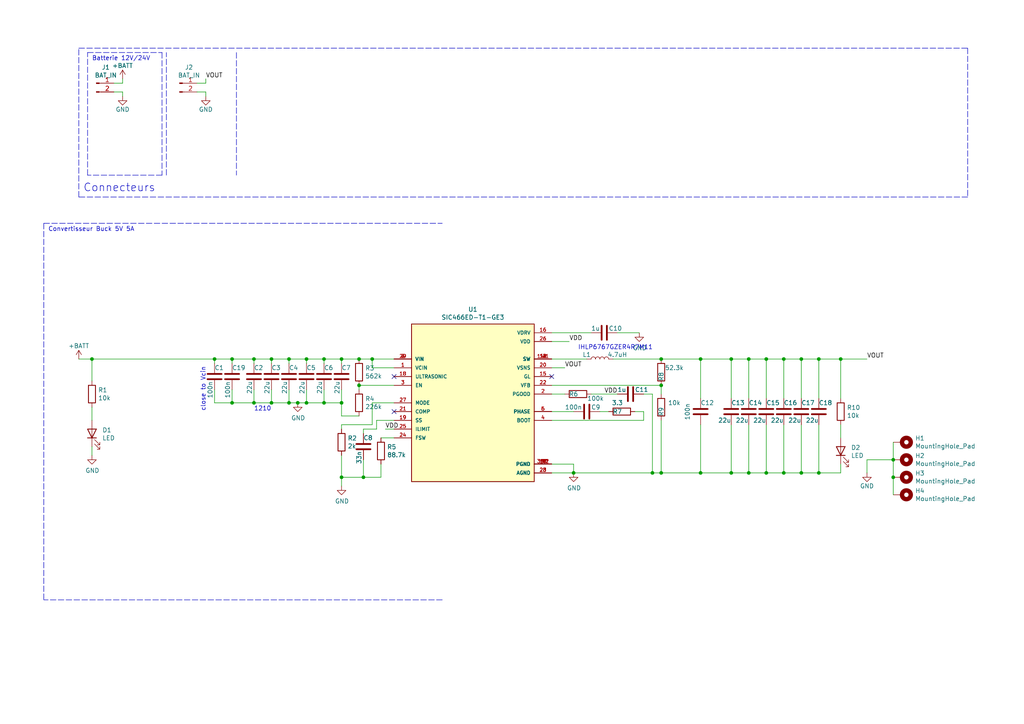
<source format=kicad_sch>
(kicad_sch (version 20211123) (generator eeschema)
  (paper "A4")
  (lib_symbols
    (symbol "Carte_Alim_V5-rescue:SIC461ED-T1-GE3-AREA_composant" (pin_names (offset 1.016))
      (property "Reference" "U" (at -17.78 22.86 0))
      (property "Value" "SIC461ED-T1-GE3-AREA_composant" (at -17.78 -25.4 0))
      (symbol "SIC461ED-T1-GE3-AREA_composant_0_0"
        (rectangle (start -17.78 -22.86) (end 17.78 22.86) (stroke (width 0.254)) (fill (type background)))
        (pin input line (at -22.86 10.16 0) (length 5.08) (name "VCIN") (number "1"))
        (pin power_in line (at 22.86 -17.78 180) (length 5.08) (name "PGND") (number "10"))
        (pin power_in line (at 22.86 -17.78 180) (length 5.08) (name "PGND") (number "11"))
        (pin output line (at 22.86 12.7 180) (length 5.08) (name "SW") (number "12"))
        (pin output line (at 22.86 12.7 180) (length 5.08) (name "SW") (number "13"))
        (pin output line (at 22.86 12.7 180) (length 5.08) (name "SW") (number "14"))
        (pin output line (at 22.86 12.7 180) (length 5.08) (name "SW") (number "14.1"))
        (pin output line (at 22.86 7.62 180) (length 5.08) (name "GL") (number "15"))
        (pin power_in line (at 22.86 20.32 180) (length 5.08) (name "VDRV") (number "16"))
        (pin power_in line (at 22.86 -17.78 180) (length 5.08) (name "PGND") (number "17"))
        (pin input line (at -22.86 7.62 0) (length 5.08) (name "ULTRASONIC") (number "18"))
        (pin passive line (at -22.86 -5.08 0) (length 5.08) (name "SS") (number "19"))
        (pin output line (at 22.86 2.54 180) (length 5.08) (name "PGOOD") (number "2"))
        (pin input line (at 22.86 10.16 180) (length 5.08) (name "VSNS") (number "20"))
        (pin passive line (at -22.86 -2.54 0) (length 5.08) (name "COMP") (number "21"))
        (pin input line (at 22.86 5.08 180) (length 5.08) (name "VFB") (number "22"))
        (pin power_in line (at 22.86 -20.32 180) (length 5.08) (name "AGND") (number "23"))
        (pin passive line (at -22.86 -10.16 0) (length 5.08) (name "FSW") (number "24"))
        (pin passive line (at -22.86 -7.62 0) (length 5.08) (name "ILIMIT") (number "25"))
        (pin power_in line (at 22.86 17.78 180) (length 5.08) (name "VDD") (number "26"))
        (pin input line (at -22.86 0 0) (length 5.08) (name "MODE") (number "27"))
        (pin power_in line (at 22.86 -20.32 180) (length 5.08) (name "AGND") (number "28"))
        (pin input line (at -22.86 12.7 0) (length 5.08) (name "VIN") (number "29"))
        (pin input line (at -22.86 5.08 0) (length 5.08) (name "EN") (number "3"))
        (pin power_in line (at 22.86 -17.78 180) (length 5.08) (name "PGND") (number "30.1"))
        (pin power_in line (at 22.86 -17.78 180) (length 5.08) (name "PGND") (number "30.2"))
        (pin passive line (at 22.86 -5.08 180) (length 5.08) (name "BOOT") (number "4"))
        (pin output line (at 22.86 -2.54 180) (length 5.08) (name "PHASE") (number "5"))
        (pin output line (at 22.86 -2.54 180) (length 5.08) (name "PHASE") (number "6"))
        (pin input line (at -22.86 12.7 0) (length 5.08) (name "VIN") (number "7"))
        (pin input line (at -22.86 12.7 0) (length 5.08) (name "VIN") (number "8"))
        (pin power_in line (at 22.86 -17.78 180) (length 5.08) (name "PGND") (number "9"))
      )
    )
    (symbol "Connector:Conn_01x02_Male" (pin_names (offset 1.016) hide)
      (property "Reference" "J" (at 0 2.54 0))
      (property "Value" "Conn_01x02_Male" (at 0 -5.08 0))
      (symbol "Conn_01x02_Male_1_1"
        (polyline (pts (xy 1.27 -2.54) (xy 0.8636 -2.54)) (stroke (width 0.1524)))
        (polyline (pts (xy 1.27 0) (xy 0.8636 0)) (stroke (width 0.1524)))
        (rectangle (start 0.8636 -2.413) (end 0 -2.667) (stroke (width 0.1524)) (fill (type outline)))
        (rectangle (start 0.8636 0.127) (end 0 -0.127) (stroke (width 0.1524)) (fill (type outline)))
        (pin passive line (at 5.08 0 180) (length 3.81) (name "Pin_1") (number "1"))
        (pin passive line (at 5.08 -2.54 180) (length 3.81) (name "Pin_2") (number "2"))
      )
    )
    (symbol "Device:C" (pin_numbers hide) (pin_names (offset 0.254))
      (property "Reference" "C" (at 0.635 2.54 0))
      (property "Value" "C" (at 0.635 -2.54 0))
      (symbol "C_0_1"
        (polyline (pts (xy -2.032 -0.762) (xy 2.032 -0.762)) (stroke (width 0.508)))
        (polyline (pts (xy -2.032 0.762) (xy 2.032 0.762)) (stroke (width 0.508)))
      )
      (symbol "C_1_1"
        (pin passive line (at 0 3.81 270) (length 2.794) (name "~") (number "1"))
        (pin passive line (at 0 -3.81 90) (length 2.794) (name "~") (number "2"))
      )
    )
    (symbol "Device:L" (pin_numbers hide) (pin_names (offset 1.016) hide)
      (property "Reference" "L" (at -1.27 0 90))
      (property "Value" "L" (at 1.905 0 90))
      (symbol "L_0_1"
        (arc (start 0 -2.54) (mid 0.635 -1.905) (end 0 -1.27))
        (arc (start 0 -1.27) (mid 0.635 -0.635) (end 0 0))
        (arc (start 0 0) (mid 0.635 0.635) (end 0 1.27))
        (arc (start 0 1.27) (mid 0.635 1.905) (end 0 2.54))
      )
      (symbol "L_1_1"
        (pin passive line (at 0 3.81 270) (length 1.27) (name "1") (number "1"))
        (pin passive line (at 0 -3.81 90) (length 1.27) (name "2") (number "2"))
      )
    )
    (symbol "Device:LED" (pin_numbers hide) (pin_names (offset 1.016) hide)
      (property "Reference" "D" (at 0 2.54 0))
      (property "Value" "LED" (at 0 -2.54 0))
      (symbol "LED_0_1"
        (polyline (pts (xy -1.27 -1.27) (xy -1.27 1.27)) (stroke (width 0.254)))
        (polyline (pts (xy -1.27 0) (xy 1.27 0)))
        (polyline (pts (xy 1.27 -1.27) (xy 1.27 1.27) (xy -1.27 0) (xy 1.27 -1.27)) (stroke (width 0.254)))
        (polyline (pts (xy -3.048 -0.762) (xy -4.572 -2.286) (xy -3.81 -2.286) (xy -4.572 -2.286) (xy -4.572 -1.524)))
        (polyline (pts (xy -1.778 -0.762) (xy -3.302 -2.286) (xy -2.54 -2.286) (xy -3.302 -2.286) (xy -3.302 -1.524)))
      )
      (symbol "LED_1_1"
        (pin passive line (at -3.81 0 0) (length 2.54) (name "K") (number "1"))
        (pin passive line (at 3.81 0 180) (length 2.54) (name "A") (number "2"))
      )
    )
    (symbol "Device:R" (pin_numbers hide) (pin_names (offset 0))
      (property "Reference" "R" (at 2.032 0 90))
      (property "Value" "R" (at 0 0 90))
      (symbol "R_0_1"
        (rectangle (start -1.016 -2.54) (end 1.016 2.54) (stroke (width 0.254)))
      )
      (symbol "R_1_1"
        (pin passive line (at 0 3.81 270) (length 1.27) (name "~") (number "1"))
        (pin passive line (at 0 -3.81 90) (length 1.27) (name "~") (number "2"))
      )
    )
    (symbol "Mechanical:MountingHole_Pad" (pin_numbers hide) (pin_names (offset 1.016) hide)
      (property "Reference" "H" (at 0 6.35 0))
      (property "Value" "MountingHole_Pad" (at 0 4.445 0))
      (symbol "MountingHole_Pad_0_1"
        (circle (center 0 1.27) (radius 1.27) (stroke (width 1.27)))
      )
      (symbol "MountingHole_Pad_1_1"
        (pin input line (at 0 -2.54 90) (length 2.54) (name "1") (number "1"))
      )
    )
    (symbol "power:+BATT" (power) (pin_names (offset 0))
      (property "Value" "+BATT" (at 0 3.556 0))
      (symbol "+BATT_0_1"
        (polyline (pts (xy -0.762 1.27) (xy 0 2.54)))
        (polyline (pts (xy 0 0) (xy 0 2.54)))
        (polyline (pts (xy 0 2.54) (xy 0.762 1.27)))
      )
      (symbol "+BATT_1_1"
        (pin power_in line (at 0 0 90) (length 0) hide (name "+BATT") (number "1"))
      )
    )
    (symbol "power:GND" (power) (pin_names (offset 0))
      (property "Value" "GND" (at 0 -3.81 0))
      (symbol "GND_0_1"
        (polyline (pts (xy 0 0) (xy 0 -1.27) (xy 1.27 -1.27) (xy 0 -2.54) (xy -1.27 -1.27) (xy 0 -1.27)))
      )
      (symbol "GND_1_1"
        (pin power_in line (at 0 0 270) (length 0) hide (name "GND") (number "1"))
      )
    )
  )
  (junction (at 222.25 104.14))
  (junction (at 237.49 104.14))
  (junction (at 67.31 116.84))
  (junction (at 86.36 116.84))
  (junction (at 189.23 137.16))
  (junction (at 217.17 137.16))
  (junction (at 93.98 104.14))
  (junction (at 62.23 104.14))
  (junction (at 83.82 116.84))
  (junction (at 78.74 104.14))
  (junction (at 73.66 104.14))
  (junction (at 99.06 116.84))
  (junction (at 227.33 104.14))
  (junction (at 73.66 116.84))
  (junction (at 99.06 104.14))
  (junction (at 217.17 104.14))
  (junction (at 191.77 137.16))
  (junction (at 232.41 137.16))
  (junction (at 104.14 104.14))
  (junction (at 78.74 116.84))
  (junction (at 107.95 104.14))
  (junction (at 104.14 111.76))
  (junction (at 232.41 104.14))
  (junction (at 67.31 104.14))
  (junction (at 93.98 116.84))
  (junction (at 191.77 104.14))
  (junction (at 83.82 104.14))
  (junction (at 259.08 138.43))
  (junction (at 203.2 104.14))
  (junction (at 227.33 137.16))
  (junction (at 212.09 137.16))
  (junction (at 259.08 133.35))
  (junction (at 99.06 138.43))
  (junction (at 88.9 116.84))
  (junction (at 166.37 137.16))
  (junction (at 105.41 138.43))
  (junction (at 203.2 137.16))
  (junction (at 212.09 104.14))
  (junction (at 88.9 104.14))
  (junction (at 243.84 104.14))
  (junction (at 191.77 111.76))
  (junction (at 237.49 137.16))
  (junction (at 222.25 137.16))
  (junction (at 26.67 104.14))
  (no_connect (at 114.3 109.22))
  (no_connect (at 160.02 109.22))
  (no_connect (at 114.3 119.38))
  (wire (pts (xy 191.77 104.14) (xy 203.2 104.14)))
  (wire (pts (xy 88.9 113.03) (xy 88.9 116.84)))
  (wire (pts (xy 107.95 106.68) (xy 114.3 106.68)))
  (wire (pts (xy 212.09 123.19) (xy 212.09 137.16)))
  (wire (pts (xy 107.95 116.84) (xy 107.95 123.19)))
  (wire (pts (xy 160.02 96.52) (xy 171.45 96.52)))
  (wire (pts (xy 83.82 104.14) (xy 88.9 104.14)))
  (wire (pts (xy 237.49 104.14) (xy 243.84 104.14)))
  (wire (pts (xy 166.37 134.62) (xy 166.37 137.16)))
  (wire (pts (xy 110.49 138.43) (xy 110.49 134.62)))
  (wire (pts (xy 179.07 96.52) (xy 185.42 96.52)))
  (wire (pts (xy 99.06 116.84) (xy 99.06 120.65)))
  (wire (pts (xy 227.33 123.19) (xy 227.33 137.16)))
  (wire (pts (xy 114.3 121.92) (xy 109.22 121.92)))
  (wire (pts (xy 73.66 105.41) (xy 73.66 104.14)))
  (wire (pts (xy 78.74 105.41) (xy 78.74 104.14)))
  (wire (pts (xy 83.82 113.03) (xy 83.82 116.84)))
  (polyline (pts (xy 12.7 64.77) (xy 128.27 64.77)))
  (wire (pts (xy 62.23 116.84) (xy 67.31 116.84)))
  (wire (pts (xy 173.99 119.38) (xy 176.53 119.38)))
  (wire (pts (xy 160.02 134.62) (xy 166.37 134.62)))
  (wire (pts (xy 203.2 137.16) (xy 212.09 137.16)))
  (wire (pts (xy 227.33 137.16) (xy 232.41 137.16)))
  (wire (pts (xy 259.08 133.35) (xy 251.46 133.35)))
  (wire (pts (xy 83.82 116.84) (xy 86.36 116.84)))
  (wire (pts (xy 160.02 119.38) (xy 166.37 119.38)))
  (wire (pts (xy 191.77 137.16) (xy 203.2 137.16)))
  (wire (pts (xy 222.25 104.14) (xy 227.33 104.14)))
  (wire (pts (xy 177.8 104.14) (xy 191.77 104.14)))
  (wire (pts (xy 99.06 104.14) (xy 104.14 104.14)))
  (wire (pts (xy 109.22 124.46) (xy 105.41 124.46)))
  (wire (pts (xy 222.25 123.19) (xy 222.25 137.16)))
  (wire (pts (xy 93.98 113.03) (xy 93.98 116.84)))
  (wire (pts (xy 217.17 104.14) (xy 217.17 115.57)))
  (wire (pts (xy 67.31 104.14) (xy 67.31 105.41)))
  (wire (pts (xy 166.37 137.16) (xy 160.02 137.16)))
  (polyline (pts (xy 48.26 50.8) (xy 48.26 15.24)))
  (wire (pts (xy 78.74 113.03) (xy 78.74 116.84)))
  (wire (pts (xy 186.69 114.3) (xy 189.23 114.3)))
  (wire (pts (xy 243.84 134.62) (xy 243.84 137.16)))
  (polyline (pts (xy 46.99 15.24) (xy 46.99 50.8)))
  (wire (pts (xy 232.41 123.19) (xy 232.41 137.16)))
  (wire (pts (xy 259.08 133.35) (xy 259.08 138.43)))
  (polyline (pts (xy 280.67 13.97) (xy 280.67 57.15)))
  (wire (pts (xy 59.69 24.13) (xy 59.69 22.86)))
  (wire (pts (xy 217.17 104.14) (xy 222.25 104.14)))
  (wire (pts (xy 189.23 137.16) (xy 191.77 137.16)))
  (wire (pts (xy 109.22 121.92) (xy 109.22 124.46)))
  (wire (pts (xy 203.2 115.57) (xy 203.2 104.14)))
  (wire (pts (xy 203.2 123.19) (xy 203.2 137.16)))
  (wire (pts (xy 212.09 115.57) (xy 212.09 104.14)))
  (wire (pts (xy 212.09 104.14) (xy 217.17 104.14)))
  (wire (pts (xy 105.41 138.43) (xy 99.06 138.43)))
  (wire (pts (xy 166.37 137.16) (xy 189.23 137.16)))
  (wire (pts (xy 191.77 111.76) (xy 191.77 114.3)))
  (wire (pts (xy 104.14 111.76) (xy 114.3 111.76)))
  (wire (pts (xy 99.06 116.84) (xy 99.06 113.03)))
  (wire (pts (xy 26.67 104.14) (xy 62.23 104.14)))
  (wire (pts (xy 73.66 113.03) (xy 73.66 116.84)))
  (wire (pts (xy 93.98 105.41) (xy 93.98 104.14)))
  (wire (pts (xy 78.74 116.84) (xy 83.82 116.84)))
  (wire (pts (xy 232.41 137.16) (xy 237.49 137.16)))
  (polyline (pts (xy 25.4 50.8) (xy 25.4 15.24)))
  (wire (pts (xy 160.02 99.06) (xy 165.1 99.06)))
  (wire (pts (xy 160.02 104.14) (xy 170.18 104.14)))
  (wire (pts (xy 35.56 24.13) (xy 35.56 22.86)))
  (wire (pts (xy 67.31 116.84) (xy 73.66 116.84)))
  (wire (pts (xy 88.9 116.84) (xy 93.98 116.84)))
  (wire (pts (xy 105.41 124.46) (xy 105.41 125.73)))
  (wire (pts (xy 99.06 138.43) (xy 99.06 140.97)))
  (wire (pts (xy 212.09 137.16) (xy 217.17 137.16)))
  (polyline (pts (xy 25.4 15.24) (xy 46.99 15.24)))
  (polyline (pts (xy 280.67 57.15) (xy 22.86 57.15)))
  (wire (pts (xy 251.46 133.35) (xy 251.46 137.16)))
  (wire (pts (xy 243.84 115.57) (xy 243.84 104.14)))
  (wire (pts (xy 160.02 114.3) (xy 163.83 114.3)))
  (wire (pts (xy 22.86 104.14) (xy 26.67 104.14)))
  (wire (pts (xy 105.41 138.43) (xy 110.49 138.43)))
  (wire (pts (xy 88.9 105.41) (xy 88.9 104.14)))
  (wire (pts (xy 243.84 137.16) (xy 237.49 137.16)))
  (wire (pts (xy 222.25 137.16) (xy 227.33 137.16)))
  (wire (pts (xy 99.06 105.41) (xy 99.06 104.14)))
  (polyline (pts (xy 128.27 173.99) (xy 12.7 173.99)))
  (wire (pts (xy 62.23 104.14) (xy 62.23 105.41)))
  (wire (pts (xy 217.17 123.19) (xy 217.17 137.16)))
  (wire (pts (xy 186.69 121.92) (xy 160.02 121.92)))
  (wire (pts (xy 107.95 104.14) (xy 114.3 104.14)))
  (wire (pts (xy 57.15 24.13) (xy 59.69 24.13)))
  (wire (pts (xy 86.36 116.84) (xy 88.9 116.84)))
  (wire (pts (xy 107.95 106.68) (xy 107.95 104.14)))
  (wire (pts (xy 243.84 104.14) (xy 251.46 104.14)))
  (wire (pts (xy 259.08 138.43) (xy 259.08 143.51)))
  (wire (pts (xy 107.95 123.19) (xy 99.06 123.19)))
  (wire (pts (xy 83.82 105.41) (xy 83.82 104.14)))
  (wire (pts (xy 227.33 104.14) (xy 232.41 104.14)))
  (wire (pts (xy 26.67 118.11) (xy 26.67 121.92)))
  (wire (pts (xy 99.06 120.65) (xy 104.14 120.65)))
  (wire (pts (xy 259.08 128.27) (xy 259.08 133.35)))
  (wire (pts (xy 110.49 127) (xy 114.3 127)))
  (wire (pts (xy 114.3 116.84) (xy 107.95 116.84)))
  (wire (pts (xy 99.06 123.19) (xy 99.06 124.46)))
  (wire (pts (xy 232.41 104.14) (xy 237.49 104.14)))
  (wire (pts (xy 171.45 114.3) (xy 179.07 114.3)))
  (wire (pts (xy 93.98 104.14) (xy 99.06 104.14)))
  (wire (pts (xy 191.77 121.92) (xy 191.77 137.16)))
  (wire (pts (xy 73.66 116.84) (xy 78.74 116.84)))
  (wire (pts (xy 243.84 123.19) (xy 243.84 127)))
  (wire (pts (xy 93.98 116.84) (xy 99.06 116.84)))
  (wire (pts (xy 222.25 104.14) (xy 222.25 115.57)))
  (wire (pts (xy 78.74 104.14) (xy 83.82 104.14)))
  (wire (pts (xy 227.33 104.14) (xy 227.33 115.57)))
  (wire (pts (xy 88.9 104.14) (xy 93.98 104.14)))
  (polyline (pts (xy 22.86 13.97) (xy 280.67 13.97)))
  (wire (pts (xy 73.66 104.14) (xy 78.74 104.14)))
  (wire (pts (xy 189.23 114.3) (xy 189.23 137.16)))
  (wire (pts (xy 217.17 137.16) (xy 222.25 137.16)))
  (wire (pts (xy 186.69 119.38) (xy 186.69 121.92)))
  (wire (pts (xy 104.14 111.76) (xy 104.14 113.03)))
  (wire (pts (xy 237.49 123.19) (xy 237.49 137.16)))
  (wire (pts (xy 105.41 133.35) (xy 105.41 138.43)))
  (wire (pts (xy 26.67 110.49) (xy 26.67 104.14)))
  (polyline (pts (xy 68.58 15.24) (xy 68.58 50.8)))
  (wire (pts (xy 59.69 26.67) (xy 57.15 26.67)))
  (wire (pts (xy 237.49 104.14) (xy 237.49 115.57)))
  (wire (pts (xy 62.23 104.14) (xy 67.31 104.14)))
  (wire (pts (xy 184.15 119.38) (xy 186.69 119.38)))
  (wire (pts (xy 160.02 106.68) (xy 163.83 106.68)))
  (polyline (pts (xy 12.7 64.77) (xy 12.7 173.99)))
  (wire (pts (xy 104.14 104.14) (xy 107.95 104.14)))
  (wire (pts (xy 35.56 26.67) (xy 33.02 26.67)))
  (wire (pts (xy 203.2 104.14) (xy 212.09 104.14)))
  (wire (pts (xy 114.3 124.46) (xy 111.76 124.46)))
  (wire (pts (xy 26.67 129.54) (xy 26.67 132.08)))
  (polyline (pts (xy 22.86 57.15) (xy 22.86 13.97)))
  (wire (pts (xy 35.56 27.94) (xy 35.56 26.67)))
  (wire (pts (xy 59.69 27.94) (xy 59.69 26.67)))
  (polyline (pts (xy 46.99 50.8) (xy 25.4 50.8)))
  (wire (pts (xy 232.41 104.14) (xy 232.41 115.57)))
  (wire (pts (xy 62.23 113.03) (xy 62.23 116.84)))
  (wire (pts (xy 160.02 111.76) (xy 191.77 111.76)))
  (wire (pts (xy 67.31 104.14) (xy 73.66 104.14)))
  (wire (pts (xy 33.02 24.13) (xy 35.56 24.13)))
  (wire (pts (xy 99.06 132.08) (xy 99.06 138.43)))
  (wire (pts (xy 67.31 113.03) (xy 67.31 116.84)))
  (text "Convertisseur Buck 5V 5A" (at 13.97 67.31 0) (effects (font (size 1.27 1.27)) (justify left bottom)))
  (text "1210\n" (at 73.66 119.38 0) (effects (font (size 1.27 1.27)) (justify left bottom)))
  (text "close to Vcin" (at 59.69 119.38 90) (effects (font (size 1.27 1.27)) (justify left bottom)))
  (text "Connecteurs" (at 24.13 55.88 0) (effects (font (size 2.2606 2.2606)) (justify left bottom)))
  (text "IHLP6767GZER4R7M11" (at 167.64 101.6 0) (effects (font (size 1.27 1.27)) (justify left bottom)))
  (text "Batterie 12V/24V" (at 26.67 17.78 0) (effects (font (size 1.27 1.27)) (justify left bottom)))
  (label "VDD" (at 175.26 114.3 0))
  (label "VOUT" (at 251.46 104.14 0))
  (label "VDD" (at 111.76 124.46 0))
  (label "VOUT" (at 59.69 22.86 0))
  (label "VOUT" (at 163.83 106.68 0))
  (label "VDD" (at 165.1 99.06 0))
  (symbol (lib_id "Connector:Conn_01x02_Male") (at 52.07 24.13 0) (unit 1)
    (property "Reference" "J2" (at 54.8132 19.5326 0))
    (property "Value" "BAT_IN" (at 54.8132 21.844 0))
    (property "Footprint" "Connector_Phoenix_MSTB:PhoenixContact_MSTBVA_2,5_2-G-5,08_1x02_P5.08mm_Vertical" (effects hide))
  )
  (symbol (lib_id "power:GND") (at 59.69 27.94 0) (unit 1)
    (property "Reference" "#PWR06" (effects hide))
    (property "Value" "GND" (at 59.69 31.75 0))
  )
  (symbol (lib_id "Mechanical:MountingHole_Pad") (at 261.62 128.27 270) (unit 1)
    (property "Reference" "H1" (at 265.43 127.1016 90) (effects (justify left)))
    (property "Value" "MountingHole_Pad" (at 265.43 129.413 90) (effects (justify left)))
    (property "Footprint" "MountingHole:MountingHole_3.2mm_M3_Pad_Via" (effects hide))
  )
  (symbol (lib_id "Mechanical:MountingHole_Pad") (at 261.62 133.35 270) (unit 1)
    (property "Reference" "H2" (at 265.43 132.1816 90) (effects (justify left)))
    (property "Value" "MountingHole_Pad" (at 265.43 134.493 90) (effects (justify left)))
    (property "Footprint" "MountingHole:MountingHole_3.2mm_M3_Pad_Via" (effects hide))
  )
  (symbol (lib_id "Mechanical:MountingHole_Pad") (at 261.62 138.43 270) (unit 1)
    (property "Reference" "H3" (at 265.43 137.2616 90) (effects (justify left)))
    (property "Value" "MountingHole_Pad" (at 265.43 139.573 90) (effects (justify left)))
    (property "Footprint" "MountingHole:MountingHole_3.2mm_M3_Pad_Via" (effects hide))
  )
  (symbol (lib_id "Mechanical:MountingHole_Pad") (at 261.62 143.51 270) (unit 1)
    (property "Reference" "H4" (at 265.43 142.3416 90) (effects (justify left)))
    (property "Value" "MountingHole_Pad" (at 265.43 144.653 90) (effects (justify left)))
    (property "Footprint" "MountingHole:MountingHole_3.2mm_M3_Pad_Via" (effects hide))
  )
  (symbol (lib_id "power:GND") (at 251.46 137.16 0) (unit 1)
    (property "Reference" "#PWR074" (effects hide))
    (property "Value" "GND" (at 251.46 140.97 0))
  )
  (symbol (lib_id "Connector:Conn_01x02_Male") (at 27.94 24.13 0) (unit 1)
    (property "Reference" "J1" (at 30.6832 19.5326 0))
    (property "Value" "BAT_IN" (at 30.6832 21.844 0))
    (property "Footprint" "Connector_Phoenix_MSTB:PhoenixContact_MSTBVA_2,5_2-G-5,08_1x02_P5.08mm_Vertical" (effects hide))
  )
  (symbol (lib_id "power:GND") (at 35.56 27.94 0) (unit 1)
    (property "Reference" "#PWR04" (effects hide))
    (property "Value" "GND" (at 35.56 31.75 0))
  )
  (symbol (lib_id "power:+BATT") (at 35.56 22.86 0) (unit 1)
    (property "Reference" "#PWR03" (effects hide))
    (property "Value" "+BATT" (at 35.56 19.05 0))
  )
  (symbol (lib_id "power:+BATT") (at 22.86 104.14 0) (unit 1)
    (property "Reference" "#PWR01" (effects hide))
    (property "Value" "+BATT" (at 22.86 100.33 0))
  )
  (symbol (lib_id "Device:C") (at 78.74 109.22 0) (unit 1)
    (property "Reference" "C3" (at 78.74 106.68 0) (effects (justify left)))
    (property "Value" "22u" (at 77.47 114.3 90) (effects (justify left)))
    (property "Footprint" "Capacitor_SMD:C_1210_3225Metric_Pad1.42x2.65mm_HandSolder" (effects hide))
  )
  (symbol (lib_id "Device:C") (at 83.82 109.22 0) (unit 1)
    (property "Reference" "C4" (at 83.82 106.68 0) (effects (justify left)))
    (property "Value" "22u" (at 82.55 114.3 90) (effects (justify left)))
    (property "Footprint" "Capacitor_SMD:C_1210_3225Metric_Pad1.42x2.65mm_HandSolder" (effects hide))
  )
  (symbol (lib_id "Device:C") (at 88.9 109.22 0) (unit 1)
    (property "Reference" "C5" (at 88.9 106.68 0) (effects (justify left)))
    (property "Value" "22u" (at 87.63 114.3 90) (effects (justify left)))
    (property "Footprint" "Capacitor_SMD:C_1210_3225Metric_Pad1.42x2.65mm_HandSolder" (effects hide))
  )
  (symbol (lib_id "Device:C") (at 93.98 109.22 0) (unit 1)
    (property "Reference" "C6" (at 93.98 106.68 0) (effects (justify left)))
    (property "Value" "22u" (at 92.71 114.3 90) (effects (justify left)))
    (property "Footprint" "Capacitor_SMD:C_1210_3225Metric_Pad1.42x2.65mm_HandSolder" (effects hide))
  )
  (symbol (lib_id "Device:C") (at 99.06 109.22 0) (unit 1)
    (property "Reference" "C7" (at 99.06 106.68 0) (effects (justify left)))
    (property "Value" "22u" (at 97.79 114.3 90) (effects (justify left)))
    (property "Footprint" "Capacitor_SMD:C_1210_3225Metric_Pad1.42x2.65mm_HandSolder" (effects hide))
  )
  (symbol (lib_id "Device:C") (at 73.66 109.22 0) (unit 1)
    (property "Reference" "C2" (at 73.66 106.68 0) (effects (justify left)))
    (property "Value" "22u" (at 72.39 114.3 90) (effects (justify left)))
    (property "Footprint" "Capacitor_SMD:C_1210_3225Metric_Pad1.42x2.65mm_HandSolder" (effects hide))
  )
  (symbol (lib_id "Device:R") (at 26.67 114.3 0) (unit 1)
    (property "Reference" "R1" (at 28.448 113.1316 0) (effects (justify left)))
    (property "Value" "10k" (at 28.448 115.443 0) (effects (justify left)))
    (property "Footprint" "Resistor_SMD:R_0603_1608Metric_Pad1.05x0.95mm_HandSolder" (effects hide))
  )
  (symbol (lib_id "Device:LED") (at 26.67 125.73 90) (unit 1)
    (property "Reference" "D1" (at 29.6672 124.7394 90) (effects (justify right)))
    (property "Value" "LED" (at 29.6672 127.0508 90) (effects (justify right)))
    (property "Footprint" "LED_SMD:LED_0805_2012Metric_Pad1.15x1.40mm_HandSolder" (effects hide))
  )
  (symbol (lib_id "power:GND") (at 86.36 116.84 0) (unit 1)
    (property "Reference" "#PWR05" (effects hide))
    (property "Value" "GND" (at 86.487 121.2342 0))
  )
  (symbol (lib_id "Device:C") (at 170.18 119.38 270) (unit 1)
    (property "Reference" "C9" (at 171.45 118.11 90) (effects (justify left)))
    (property "Value" "100n" (at 163.83 118.11 90) (effects (justify left)))
    (property "Footprint" "Capacitor_SMD:C_0805_2012Metric_Pad1.15x1.40mm_HandSolder" (effects hide))
  )
  (symbol (lib_id "Device:R") (at 180.34 119.38 270) (unit 1)
    (property "Reference" "R7" (at 179.07 119.38 90))
    (property "Value" "3.3" (at 179.07 116.84 90))
    (property "Footprint" "Resistor_SMD:R_0603_1608Metric_Pad1.05x0.95mm_HandSolder" (effects hide))
  )
  (symbol (lib_id "Device:L") (at 173.99 104.14 90) (unit 1)
    (property "Reference" "L1" (at 170.18 102.87 90))
    (property "Value" "4.7uH" (at 179.07 102.87 90))
    (property "Footprint" "Inductor_SMD:L_Vishay_IHLP-6767" (effects hide))
  )
  (symbol (lib_id "Carte_Alim_V5-rescue:SIC461ED-T1-GE3-AREA_composant") (at 137.16 116.84 0) (unit 1)
    (property "Reference" "U1" (at 137.16 89.7382 0))
    (property "Value" "SIC466ED-T1-GE3" (at 137.16 92.0496 0))
    (property "Footprint" "AREA_lib_composant:CONV_SIC461ED-T1-GE3" (effects hide))
    (property "STANDARD" "Manufacturer Recommendations" (effects hide))
    (property "MANUFACTURER" "VISHAY" (effects hide))
    (property "PARTREV" "M" (effects hide))
  )
  (symbol (lib_id "Device:R") (at 243.84 119.38 0) (unit 1)
    (property "Reference" "R10" (at 245.618 118.2116 0) (effects (justify left)))
    (property "Value" "10k" (at 245.618 120.523 0) (effects (justify left)))
    (property "Footprint" "Resistor_SMD:R_0603_1608Metric_Pad0.98x0.95mm_HandSolder" (effects hide))
  )
  (symbol (lib_id "Device:LED") (at 243.84 130.81 90) (unit 1)
    (property "Reference" "D2" (at 246.8372 129.8194 90) (effects (justify right)))
    (property "Value" "LED" (at 246.8372 132.1308 90) (effects (justify right)))
    (property "Footprint" "LED_SMD:LED_0805_2012Metric_Pad1.15x1.40mm_HandSolder" (effects hide))
  )
  (symbol (lib_id "power:GND") (at 166.37 137.16 0) (unit 1)
    (property "Reference" "#PWR08" (effects hide))
    (property "Value" "GND" (at 166.497 141.5542 0))
  )
  (symbol (lib_id "Device:R") (at 104.14 107.95 0) (unit 1)
    (property "Reference" "R3" (at 105.918 106.7816 0) (effects (justify left)))
    (property "Value" "562k" (at 105.918 109.093 0) (effects (justify left)))
    (property "Footprint" "Resistor_SMD:R_0603_1608Metric_Pad1.05x0.95mm_HandSolder" (effects hide))
  )
  (symbol (lib_id "Device:R") (at 104.14 116.84 0) (unit 1)
    (property "Reference" "R4" (at 105.918 115.6716 0) (effects (justify left)))
    (property "Value" "226k" (at 105.918 117.983 0) (effects (justify left)))
    (property "Footprint" "Resistor_SMD:R_0603_1608Metric_Pad1.05x0.95mm_HandSolder" (effects hide))
  )
  (symbol (lib_id "Device:R") (at 99.06 128.27 0) (unit 1)
    (property "Reference" "R2" (at 100.838 127.1016 0) (effects (justify left)))
    (property "Value" "2k" (at 100.838 129.413 0) (effects (justify left)))
    (property "Footprint" "Resistor_SMD:R_0603_1608Metric_Pad1.05x0.95mm_HandSolder" (effects hide))
  )
  (symbol (lib_id "power:GND") (at 99.06 140.97 0) (unit 1)
    (property "Reference" "#PWR07" (effects hide))
    (property "Value" "GND" (at 99.187 145.3642 0))
  )
  (symbol (lib_id "Device:C") (at 105.41 129.54 0) (unit 1)
    (property "Reference" "C8" (at 105.41 127 0) (effects (justify left)))
    (property "Value" "33n" (at 104.14 134.62 90) (effects (justify left)))
    (property "Footprint" "Capacitor_SMD:C_0805_2012Metric_Pad1.15x1.40mm_HandSolder" (effects hide))
  )
  (symbol (lib_id "Device:R") (at 167.64 114.3 270) (unit 1)
    (property "Reference" "R6" (at 166.37 114.3 90))
    (property "Value" "100k" (at 172.72 115.57 90))
    (property "Footprint" "Resistor_SMD:R_0603_1608Metric_Pad1.05x0.95mm_HandSolder" (effects hide))
  )
  (symbol (lib_id "Device:C") (at 182.88 114.3 270) (unit 1)
    (property "Reference" "C11" (at 184.15 113.03 90) (effects (justify left)))
    (property "Value" "1u" (at 179.07 113.03 90) (effects (justify left)))
    (property "Footprint" "Capacitor_SMD:C_0805_2012Metric_Pad1.15x1.40mm_HandSolder" (effects hide))
  )
  (symbol (lib_id "Device:C") (at 175.26 96.52 270) (unit 1)
    (property "Reference" "C10" (at 176.53 95.25 90) (effects (justify left)))
    (property "Value" "1u" (at 171.45 95.25 90) (effects (justify left)))
    (property "Footprint" "Capacitor_SMD:C_0805_2012Metric_Pad1.15x1.40mm_HandSolder" (effects hide))
  )
  (symbol (lib_id "power:GND") (at 185.42 96.52 0) (unit 1)
    (property "Reference" "#PWR09" (effects hide))
    (property "Value" "GND" (at 185.547 100.9142 0))
  )
  (symbol (lib_id "Device:C") (at 62.23 109.22 0) (unit 1)
    (property "Reference" "C1" (at 62.23 106.68 0) (effects (justify left)))
    (property "Value" "100n" (at 60.96 115.57 90) (effects (justify left)))
    (property "Footprint" "Capacitor_SMD:C_0805_2012Metric_Pad1.15x1.40mm_HandSolder" (effects hide))
  )
  (symbol (lib_id "Device:R") (at 110.49 130.81 0) (unit 1)
    (property "Reference" "R5" (at 112.268 129.6416 0) (effects (justify left)))
    (property "Value" "88.7k" (at 112.268 131.953 0) (effects (justify left)))
    (property "Footprint" "Resistor_SMD:R_0603_1608Metric_Pad1.05x0.95mm_HandSolder" (effects hide))
  )
  (symbol (lib_id "Device:C") (at 217.17 119.38 0) (unit 1)
    (property "Reference" "C14" (at 217.17 116.84 0) (effects (justify left)))
    (property "Value" "22u" (at 213.36 121.92 0) (effects (justify left)))
    (property "Footprint" "Capacitor_SMD:C_1210_3225Metric_Pad1.42x2.65mm_HandSolder" (effects hide))
  )
  (symbol (lib_id "Device:C") (at 222.25 119.38 0) (unit 1)
    (property "Reference" "C15" (at 222.25 116.84 0) (effects (justify left)))
    (property "Value" "22u" (at 218.44 121.92 0) (effects (justify left)))
    (property "Footprint" "Capacitor_SMD:C_1210_3225Metric_Pad1.42x2.65mm_HandSolder" (effects hide))
  )
  (symbol (lib_id "Device:C") (at 227.33 119.38 0) (unit 1)
    (property "Reference" "C16" (at 227.33 116.84 0) (effects (justify left)))
    (property "Value" "22u" (at 223.52 121.92 0) (effects (justify left)))
    (property "Footprint" "Capacitor_SMD:C_1210_3225Metric_Pad1.42x2.65mm_HandSolder" (effects hide))
  )
  (symbol (lib_id "Device:C") (at 232.41 119.38 0) (unit 1)
    (property "Reference" "C17" (at 232.41 116.84 0) (effects (justify left)))
    (property "Value" "22u" (at 228.6 121.92 0) (effects (justify left)))
    (property "Footprint" "Capacitor_SMD:C_1210_3225Metric_Pad1.42x2.65mm_HandSolder" (effects hide))
  )
  (symbol (lib_id "Device:C") (at 237.49 119.38 0) (unit 1)
    (property "Reference" "C18" (at 237.49 116.84 0) (effects (justify left)))
    (property "Value" "22u" (at 233.68 121.92 0) (effects (justify left)))
    (property "Footprint" "Capacitor_SMD:C_1210_3225Metric_Pad1.42x2.65mm_HandSolder" (effects hide))
  )
  (symbol (lib_id "Device:C") (at 212.09 119.38 0) (unit 1)
    (property "Reference" "C13" (at 212.09 116.84 0) (effects (justify left)))
    (property "Value" "22u" (at 208.28 121.92 0) (effects (justify left)))
    (property "Footprint" "Capacitor_SMD:C_1210_3225Metric_Pad1.42x2.65mm_HandSolder" (effects hide))
  )
  (symbol (lib_id "Device:C") (at 203.2 119.38 0) (unit 1)
    (property "Reference" "C12" (at 203.2 116.84 0) (effects (justify left)))
    (property "Value" "100n" (at 199.39 121.92 90) (effects (justify left)))
    (property "Footprint" "Capacitor_SMD:C_0805_2012Metric_Pad1.15x1.40mm_HandSolder" (effects hide))
  )
  (symbol (lib_id "Device:R") (at 191.77 107.95 180) (unit 1)
    (property "Reference" "R8" (at 191.77 109.22 90))
    (property "Value" "52.3k" (at 195.58 106.68 0))
    (property "Footprint" "Resistor_SMD:R_0603_1608Metric_Pad1.05x0.95mm_HandSolder" (effects hide))
  )
  (symbol (lib_id "Device:R") (at 191.77 118.11 180) (unit 1)
    (property "Reference" "R9" (at 191.77 119.38 90))
    (property "Value" "10k" (at 195.58 116.84 0))
    (property "Footprint" "Resistor_SMD:R_0603_1608Metric_Pad1.05x0.95mm_HandSolder" (effects hide))
  )
  (symbol (lib_id "power:GND") (at 26.67 132.08 0) (unit 1)
    (property "Reference" "#PWR02" (effects hide))
    (property "Value" "GND" (at 26.797 136.4742 0))
  )
  (symbol (lib_id "Device:C") (at 67.31 109.22 0) (unit 1)
    (property "Reference" "C19" (at 67.31 106.68 0) (effects (justify left)))
    (property "Value" "100n" (at 66.04 115.57 90) (effects (justify left)))
    (property "Footprint" "Capacitor_SMD:C_0805_2012Metric_Pad1.15x1.40mm_HandSolder" (effects hide))
  )
)
</source>
